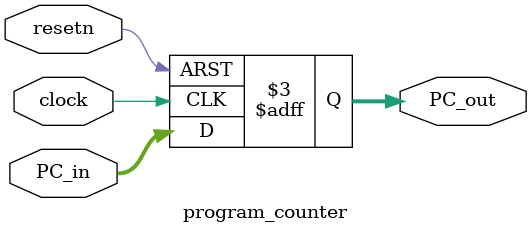
<source format=sv>
`timescale 1ns/100ps
`ifndef DISABLE_DEFAULT_NET
`default_nettype none
`endif

module program_counter (
    input logic clock,
    input logic resetn,
    
    input logic [31:0] PC_in,
    output logic [31:0] PC_out
);

always_ff @(posedge clock or negedge resetn) begin
    if (!resetn) begin
        PC_out <= 32'h00000000;
    end else begin
        PC_out <= PC_in;
    end
end

endmodule
</source>
